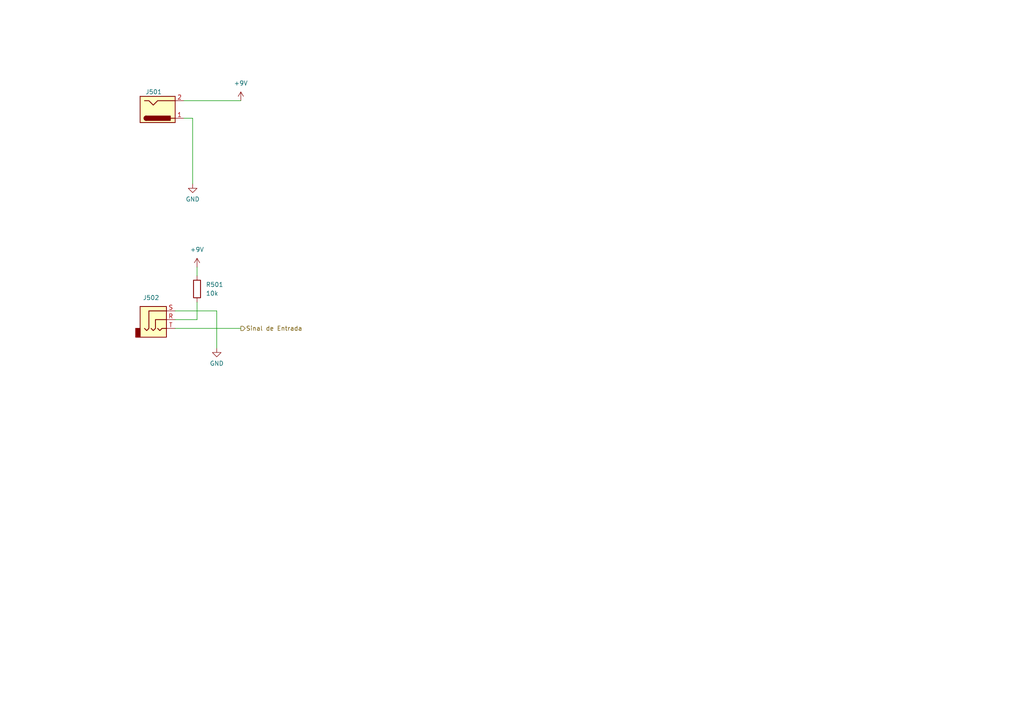
<source format=kicad_sch>
(kicad_sch (version 20211123) (generator eeschema)

  (uuid fd158863-29f6-4c5e-9c76-c523a225d2fe)

  (paper "A4")

  (lib_symbols
    (symbol "Connector:AudioJack3" (in_bom yes) (on_board yes)
      (property "Reference" "J" (id 0) (at 0 8.89 0)
        (effects (font (size 1.27 1.27)))
      )
      (property "Value" "AudioJack3" (id 1) (at 0 6.35 0)
        (effects (font (size 1.27 1.27)))
      )
      (property "Footprint" "" (id 2) (at 0 0 0)
        (effects (font (size 1.27 1.27)) hide)
      )
      (property "Datasheet" "~" (id 3) (at 0 0 0)
        (effects (font (size 1.27 1.27)) hide)
      )
      (property "ki_keywords" "audio jack receptacle stereo headphones phones TRS connector" (id 4) (at 0 0 0)
        (effects (font (size 1.27 1.27)) hide)
      )
      (property "ki_description" "Audio Jack, 3 Poles (Stereo / TRS)" (id 5) (at 0 0 0)
        (effects (font (size 1.27 1.27)) hide)
      )
      (property "ki_fp_filters" "Jack*" (id 6) (at 0 0 0)
        (effects (font (size 1.27 1.27)) hide)
      )
      (symbol "AudioJack3_0_1"
        (rectangle (start -5.08 -5.08) (end -6.35 -2.54)
          (stroke (width 0.254) (type default) (color 0 0 0 0))
          (fill (type outline))
        )
        (polyline
          (pts
            (xy 0 -2.54)
            (xy 0.635 -3.175)
            (xy 1.27 -2.54)
            (xy 2.54 -2.54)
          )
          (stroke (width 0.254) (type default) (color 0 0 0 0))
          (fill (type none))
        )
        (polyline
          (pts
            (xy -1.905 -2.54)
            (xy -1.27 -3.175)
            (xy -0.635 -2.54)
            (xy -0.635 0)
            (xy 2.54 0)
          )
          (stroke (width 0.254) (type default) (color 0 0 0 0))
          (fill (type none))
        )
        (polyline
          (pts
            (xy 2.54 2.54)
            (xy -2.54 2.54)
            (xy -2.54 -2.54)
            (xy -3.175 -3.175)
            (xy -3.81 -2.54)
          )
          (stroke (width 0.254) (type default) (color 0 0 0 0))
          (fill (type none))
        )
        (rectangle (start 2.54 3.81) (end -5.08 -5.08)
          (stroke (width 0.254) (type default) (color 0 0 0 0))
          (fill (type background))
        )
      )
      (symbol "AudioJack3_1_1"
        (pin passive line (at 5.08 0 180) (length 2.54)
          (name "~" (effects (font (size 1.27 1.27))))
          (number "R" (effects (font (size 1.27 1.27))))
        )
        (pin passive line (at 5.08 2.54 180) (length 2.54)
          (name "~" (effects (font (size 1.27 1.27))))
          (number "S" (effects (font (size 1.27 1.27))))
        )
        (pin passive line (at 5.08 -2.54 180) (length 2.54)
          (name "~" (effects (font (size 1.27 1.27))))
          (number "T" (effects (font (size 1.27 1.27))))
        )
      )
    )
    (symbol "Connector:Barrel_Jack" (pin_names (offset 1.016)) (in_bom yes) (on_board yes)
      (property "Reference" "J501" (id 0) (at 1.27 -5.08 0)
        (effects (font (size 1.27 1.27)) (justify right))
      )
      (property "Value" "Barrel_Jack" (id 1) (at -6.35 1.2699 0)
        (effects (font (size 1.27 1.27)) (justify right) hide)
      )
      (property "Footprint" "Connector_PinHeader_2.54mm:PinHeader_1x02_P2.54mm_Vertical" (id 2) (at 1.27 -1.016 0)
        (effects (font (size 1.27 1.27)) hide)
      )
      (property "Datasheet" "~" (id 3) (at 1.27 -1.016 0)
        (effects (font (size 1.27 1.27)) hide)
      )
      (property "ki_keywords" "DC power barrel jack connector" (id 4) (at 0 0 0)
        (effects (font (size 1.27 1.27)) hide)
      )
      (property "ki_description" "DC Barrel Jack" (id 5) (at 0 0 0)
        (effects (font (size 1.27 1.27)) hide)
      )
      (property "ki_fp_filters" "BarrelJack*" (id 6) (at 0 0 0)
        (effects (font (size 1.27 1.27)) hide)
      )
      (symbol "Barrel_Jack_0_1"
        (rectangle (start -5.08 3.81) (end 5.08 -3.81)
          (stroke (width 0.254) (type default) (color 0 0 0 0))
          (fill (type background))
        )
        (arc (start -3.302 3.175) (mid -3.937 2.54) (end -3.302 1.905)
          (stroke (width 0.254) (type default) (color 0 0 0 0))
          (fill (type none))
        )
        (arc (start -3.302 3.175) (mid -3.937 2.54) (end -3.302 1.905)
          (stroke (width 0.254) (type default) (color 0 0 0 0))
          (fill (type outline))
        )
        (polyline
          (pts
            (xy 5.08 2.54)
            (xy 3.81 2.54)
          )
          (stroke (width 0.254) (type default) (color 0 0 0 0))
          (fill (type none))
        )
        (polyline
          (pts
            (xy -3.81 -2.54)
            (xy -2.54 -2.54)
            (xy -1.27 -1.27)
            (xy 0 -2.54)
            (xy 2.54 -2.54)
            (xy 5.08 -2.54)
          )
          (stroke (width 0.254) (type default) (color 0 0 0 0))
          (fill (type none))
        )
        (rectangle (start 3.683 3.175) (end -3.302 1.905)
          (stroke (width 0.254) (type default) (color 0 0 0 0))
          (fill (type outline))
        )
      )
      (symbol "Barrel_Jack_1_1"
        (pin power_in line (at 7.62 2.54 180) (length 2.54)
          (name "~" (effects (font (size 1.27 1.27))))
          (number "1" (effects (font (size 1.27 1.27))))
        )
        (pin power_out line (at 7.62 -2.54 180) (length 2.54)
          (name "~" (effects (font (size 1.27 1.27))))
          (number "2" (effects (font (size 1.27 1.27))))
        )
      )
    )
    (symbol "Device:R" (pin_numbers hide) (pin_names (offset 0)) (in_bom yes) (on_board yes)
      (property "Reference" "R" (id 0) (at 2.032 0 90)
        (effects (font (size 1.27 1.27)))
      )
      (property "Value" "R" (id 1) (at 0 0 90)
        (effects (font (size 1.27 1.27)))
      )
      (property "Footprint" "" (id 2) (at -1.778 0 90)
        (effects (font (size 1.27 1.27)) hide)
      )
      (property "Datasheet" "~" (id 3) (at 0 0 0)
        (effects (font (size 1.27 1.27)) hide)
      )
      (property "ki_keywords" "R res resistor" (id 4) (at 0 0 0)
        (effects (font (size 1.27 1.27)) hide)
      )
      (property "ki_description" "Resistor" (id 5) (at 0 0 0)
        (effects (font (size 1.27 1.27)) hide)
      )
      (property "ki_fp_filters" "R_*" (id 6) (at 0 0 0)
        (effects (font (size 1.27 1.27)) hide)
      )
      (symbol "R_0_1"
        (rectangle (start -1.016 -2.54) (end 1.016 2.54)
          (stroke (width 0.254) (type default) (color 0 0 0 0))
          (fill (type none))
        )
      )
      (symbol "R_1_1"
        (pin passive line (at 0 3.81 270) (length 1.27)
          (name "~" (effects (font (size 1.27 1.27))))
          (number "1" (effects (font (size 1.27 1.27))))
        )
        (pin passive line (at 0 -3.81 90) (length 1.27)
          (name "~" (effects (font (size 1.27 1.27))))
          (number "2" (effects (font (size 1.27 1.27))))
        )
      )
    )
    (symbol "power:+9V" (power) (pin_names (offset 0)) (in_bom yes) (on_board yes)
      (property "Reference" "#PWR" (id 0) (at 0 -3.81 0)
        (effects (font (size 1.27 1.27)) hide)
      )
      (property "Value" "+9V" (id 1) (at 0 3.556 0)
        (effects (font (size 1.27 1.27)))
      )
      (property "Footprint" "" (id 2) (at 0 0 0)
        (effects (font (size 1.27 1.27)) hide)
      )
      (property "Datasheet" "" (id 3) (at 0 0 0)
        (effects (font (size 1.27 1.27)) hide)
      )
      (property "ki_keywords" "power-flag" (id 4) (at 0 0 0)
        (effects (font (size 1.27 1.27)) hide)
      )
      (property "ki_description" "Power symbol creates a global label with name \"+9V\"" (id 5) (at 0 0 0)
        (effects (font (size 1.27 1.27)) hide)
      )
      (symbol "+9V_0_1"
        (polyline
          (pts
            (xy -0.762 1.27)
            (xy 0 2.54)
          )
          (stroke (width 0) (type default) (color 0 0 0 0))
          (fill (type none))
        )
        (polyline
          (pts
            (xy 0 0)
            (xy 0 2.54)
          )
          (stroke (width 0) (type default) (color 0 0 0 0))
          (fill (type none))
        )
        (polyline
          (pts
            (xy 0 2.54)
            (xy 0.762 1.27)
          )
          (stroke (width 0) (type default) (color 0 0 0 0))
          (fill (type none))
        )
      )
      (symbol "+9V_1_1"
        (pin power_in line (at 0 0 90) (length 0) hide
          (name "+9V" (effects (font (size 1.27 1.27))))
          (number "1" (effects (font (size 1.27 1.27))))
        )
      )
    )
    (symbol "power:GND" (power) (pin_names (offset 0)) (in_bom yes) (on_board yes)
      (property "Reference" "#PWR" (id 0) (at 0 -6.35 0)
        (effects (font (size 1.27 1.27)) hide)
      )
      (property "Value" "GND" (id 1) (at 0 -3.81 0)
        (effects (font (size 1.27 1.27)))
      )
      (property "Footprint" "" (id 2) (at 0 0 0)
        (effects (font (size 1.27 1.27)) hide)
      )
      (property "Datasheet" "" (id 3) (at 0 0 0)
        (effects (font (size 1.27 1.27)) hide)
      )
      (property "ki_keywords" "power-flag" (id 4) (at 0 0 0)
        (effects (font (size 1.27 1.27)) hide)
      )
      (property "ki_description" "Power symbol creates a global label with name \"GND\" , ground" (id 5) (at 0 0 0)
        (effects (font (size 1.27 1.27)) hide)
      )
      (symbol "GND_0_1"
        (polyline
          (pts
            (xy 0 0)
            (xy 0 -1.27)
            (xy 1.27 -1.27)
            (xy 0 -2.54)
            (xy -1.27 -1.27)
            (xy 0 -1.27)
          )
          (stroke (width 0) (type default) (color 0 0 0 0))
          (fill (type none))
        )
      )
      (symbol "GND_1_1"
        (pin power_in line (at 0 0 270) (length 0) hide
          (name "GND" (effects (font (size 1.27 1.27))))
          (number "1" (effects (font (size 1.27 1.27))))
        )
      )
    )
  )


  (wire (pts (xy 50.8 95.25) (xy 69.85 95.25))
    (stroke (width 0) (type default) (color 0 0 0 0))
    (uuid 27642736-802b-4a7f-84ea-7d6cf8408cd0)
  )
  (wire (pts (xy 62.865 90.17) (xy 62.865 100.965))
    (stroke (width 0) (type default) (color 0 0 0 0))
    (uuid 4c5238fa-3f76-4b58-95ef-2c8cfde59dd4)
  )
  (wire (pts (xy 53.34 29.21) (xy 69.85 29.21))
    (stroke (width 0) (type default) (color 0 0 0 0))
    (uuid 4f52fcfc-3ddc-442f-a07a-dd25057fde4d)
  )
  (wire (pts (xy 50.8 90.17) (xy 62.865 90.17))
    (stroke (width 0) (type default) (color 0 0 0 0))
    (uuid 57eeff70-56bc-4f67-a8c7-71483f0cd335)
  )
  (wire (pts (xy 55.88 34.29) (xy 53.34 34.29))
    (stroke (width 0) (type default) (color 0 0 0 0))
    (uuid 651e8b48-d307-4792-8fc9-d22bc11d289f)
  )
  (wire (pts (xy 55.88 53.34) (xy 55.88 34.29))
    (stroke (width 0) (type default) (color 0 0 0 0))
    (uuid 6a5c2691-a261-4664-a8d9-2501fc03a6dc)
  )
  (wire (pts (xy 50.8 92.71) (xy 57.15 92.71))
    (stroke (width 0) (type default) (color 0 0 0 0))
    (uuid 9c09718e-ea2a-4ba8-bde1-653725c18ab2)
  )
  (wire (pts (xy 57.15 87.63) (xy 57.15 92.71))
    (stroke (width 0) (type default) (color 0 0 0 0))
    (uuid c30aeea4-d3ad-4283-8949-f6e14a927ae0)
  )
  (wire (pts (xy 57.15 77.47) (xy 57.15 80.01))
    (stroke (width 0) (type default) (color 0 0 0 0))
    (uuid dfb4b19b-968c-4c72-93ad-9e14f19fec06)
  )

  (hierarchical_label "Sinal de Entrada" (shape output) (at 69.85 95.25 0)
    (effects (font (size 1.27 1.27)) (justify left))
    (uuid 759d9c81-4f9c-4ea2-a5b8-12b2ab5b04b8)
  )

  (symbol (lib_id "Device:R") (at 57.15 83.82 0) (unit 1)
    (in_bom yes) (on_board yes) (fields_autoplaced)
    (uuid 15a0d549-e2c8-4cd4-b716-fae960b87b51)
    (property "Reference" "R501" (id 0) (at 59.69 82.5499 0)
      (effects (font (size 1.27 1.27)) (justify left))
    )
    (property "Value" "10k" (id 1) (at 59.69 85.0899 0)
      (effects (font (size 1.27 1.27)) (justify left))
    )
    (property "Footprint" "Resistor_THT:R_Box_L8.4mm_W2.5mm_P5.08mm" (id 2) (at 55.372 83.82 90)
      (effects (font (size 1.27 1.27)) hide)
    )
    (property "Datasheet" "~" (id 3) (at 57.15 83.82 0)
      (effects (font (size 1.27 1.27)) hide)
    )
    (pin "1" (uuid 1533f6b9-241c-4884-9d80-9eeb61e54ce1))
    (pin "2" (uuid fb8b3751-a189-453e-9fb3-cd7f15c89522))
  )

  (symbol (lib_id "Connector:Barrel_Jack") (at 45.72 31.75 0) (mirror x) (unit 1)
    (in_bom yes) (on_board yes)
    (uuid 3c6e3ad5-4463-4252-a63e-56e9a3956130)
    (property "Reference" "J501" (id 0) (at 46.99 26.67 0)
      (effects (font (size 1.27 1.27)) (justify right))
    )
    (property "Value" "Barrel_Jack" (id 1) (at 39.37 33.0199 0)
      (effects (font (size 1.27 1.27)) (justify right) hide)
    )
    (property "Footprint" "Connector_PinHeader_2.54mm:PinHeader_1x02_P2.54mm_Vertical" (id 2) (at 46.99 30.734 0)
      (effects (font (size 1.27 1.27)) hide)
    )
    (property "Datasheet" "~" (id 3) (at 46.99 30.734 0)
      (effects (font (size 1.27 1.27)) hide)
    )
    (pin "1" (uuid afeeb5cc-456a-41d7-ba32-a7bbe5e09406))
    (pin "2" (uuid 086967ec-1f40-497a-96bc-e7996a4f01cc))
  )

  (symbol (lib_id "Connector:AudioJack3") (at 45.72 92.71 0) (unit 1)
    (in_bom yes) (on_board yes)
    (uuid 55170ff4-97fb-44fa-af2f-d0c6e4d3572d)
    (property "Reference" "J502" (id 0) (at 43.815 86.36 0))
    (property "Value" "AudioJack3" (id 1) (at 43.815 85.725 0)
      (effects (font (size 1.27 1.27)) hide)
    )
    (property "Footprint" "Customs:PinHeader_1x03_P2.54mm_Vertical" (id 2) (at 45.72 92.71 0)
      (effects (font (size 1.27 1.27)) hide)
    )
    (property "Datasheet" "~" (id 3) (at 45.72 92.71 0)
      (effects (font (size 1.27 1.27)) hide)
    )
    (pin "R" (uuid 78a4a305-7357-4888-8c46-dd35defabb8e))
    (pin "S" (uuid c51be04a-d553-4c77-8a2f-5b50ec2778ee))
    (pin "T" (uuid 82020aab-6838-4e31-a369-10943df7f8d2))
  )

  (symbol (lib_id "power:GND") (at 62.865 100.965 0) (unit 1)
    (in_bom yes) (on_board yes) (fields_autoplaced)
    (uuid 7fdfe2fb-dbf4-4ce5-88b1-30ffa79e0483)
    (property "Reference" "#PWR0503" (id 0) (at 62.865 107.315 0)
      (effects (font (size 1.27 1.27)) hide)
    )
    (property "Value" "GND" (id 1) (at 62.865 105.41 0))
    (property "Footprint" "" (id 2) (at 62.865 100.965 0)
      (effects (font (size 1.27 1.27)) hide)
    )
    (property "Datasheet" "" (id 3) (at 62.865 100.965 0)
      (effects (font (size 1.27 1.27)) hide)
    )
    (pin "1" (uuid d7c357a8-9f32-4c30-a880-b4ab65d0777f))
  )

  (symbol (lib_id "power:+9V") (at 57.15 77.47 0) (unit 1)
    (in_bom yes) (on_board yes) (fields_autoplaced)
    (uuid 80977689-11d4-406f-8940-69483fe19d4b)
    (property "Reference" "#PWR0502" (id 0) (at 57.15 81.28 0)
      (effects (font (size 1.27 1.27)) hide)
    )
    (property "Value" "+9V" (id 1) (at 57.15 72.39 0))
    (property "Footprint" "" (id 2) (at 57.15 77.47 0)
      (effects (font (size 1.27 1.27)) hide)
    )
    (property "Datasheet" "" (id 3) (at 57.15 77.47 0)
      (effects (font (size 1.27 1.27)) hide)
    )
    (pin "1" (uuid c8d17408-b40b-4224-9623-7a27a5c7f214))
  )

  (symbol (lib_id "power:GND") (at 55.88 53.34 0) (unit 1)
    (in_bom yes) (on_board yes) (fields_autoplaced)
    (uuid 88e5291d-2447-4a99-a487-f09657a3c877)
    (property "Reference" "#PWR0501" (id 0) (at 55.88 59.69 0)
      (effects (font (size 1.27 1.27)) hide)
    )
    (property "Value" "GND" (id 1) (at 55.88 57.785 0))
    (property "Footprint" "" (id 2) (at 55.88 53.34 0)
      (effects (font (size 1.27 1.27)) hide)
    )
    (property "Datasheet" "" (id 3) (at 55.88 53.34 0)
      (effects (font (size 1.27 1.27)) hide)
    )
    (pin "1" (uuid e49210d9-782d-45c9-8a3d-81a783dfab3d))
  )

  (symbol (lib_id "power:+9V") (at 69.85 29.21 0) (unit 1)
    (in_bom yes) (on_board yes) (fields_autoplaced)
    (uuid e7a596c5-e990-4181-9fd9-486bf36b6a09)
    (property "Reference" "#PWR0504" (id 0) (at 69.85 33.02 0)
      (effects (font (size 1.27 1.27)) hide)
    )
    (property "Value" "+9V" (id 1) (at 69.85 24.13 0))
    (property "Footprint" "" (id 2) (at 69.85 29.21 0)
      (effects (font (size 1.27 1.27)) hide)
    )
    (property "Datasheet" "" (id 3) (at 69.85 29.21 0)
      (effects (font (size 1.27 1.27)) hide)
    )
    (pin "1" (uuid 387f16f3-0248-4e21-ae7f-ef4fdfe09196))
  )
)

</source>
